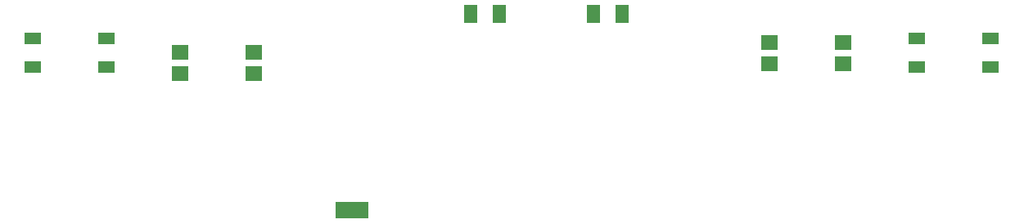
<source format=gbr>
%TF.GenerationSoftware,KiCad,Pcbnew,7.0.9*%
%TF.CreationDate,2024-01-29T17:49:06-08:00*%
%TF.ProjectId,V2_rampGen,56325f72-616d-4704-9765-6e2e6b696361,rev?*%
%TF.SameCoordinates,Original*%
%TF.FileFunction,Paste,Bot*%
%TF.FilePolarity,Positive*%
%FSLAX46Y46*%
G04 Gerber Fmt 4.6, Leading zero omitted, Abs format (unit mm)*
G04 Created by KiCad (PCBNEW 7.0.9) date 2024-01-29 17:49:06*
%MOMM*%
%LPD*%
G01*
G04 APERTURE LIST*
%ADD10R,1.800000X1.150000*%
%ADD11R,1.706200X1.553950*%
%ADD12R,1.455740X1.858220*%
%ADD13R,3.430000X1.780000*%
G04 APERTURE END LIST*
D10*
%TO.C,C3*%
X165100000Y-71579990D03*
X165100000Y-68580000D03*
%TD*%
D11*
%TO.C,C1*%
X142240000Y-69039990D03*
X142240000Y-71192230D03*
%TD*%
%TO.C,C8*%
X88900000Y-70043910D03*
X88900000Y-72196150D03*
%TD*%
%TO.C,C2*%
X149860000Y-69039990D03*
X149860000Y-71192230D03*
%TD*%
D10*
%TO.C,C4*%
X157480000Y-68580000D03*
X157480000Y-71579990D03*
%TD*%
%TO.C,C6*%
X73660000Y-71579990D03*
X73660000Y-68580000D03*
%TD*%
%TO.C,C5*%
X66040000Y-71579990D03*
X66040000Y-68580000D03*
%TD*%
D11*
%TO.C,C7*%
X81280000Y-70043910D03*
X81280000Y-72196150D03*
%TD*%
D12*
%TO.C,R2*%
X114300000Y-66040000D03*
X111297510Y-66040000D03*
%TD*%
D13*
%TO.C,J1*%
X99060000Y-86360000D03*
%TD*%
D12*
%TO.C,R1*%
X127000000Y-66040000D03*
X123997510Y-66040000D03*
%TD*%
M02*

</source>
